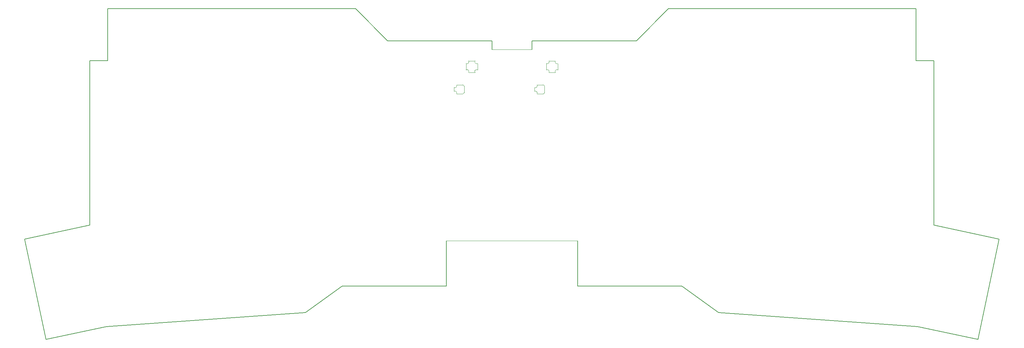
<source format=gm1>
%TF.GenerationSoftware,KiCad,Pcbnew,9.0.2*%
%TF.CreationDate,2025-07-04T08:31:17-06:00*%
%TF.ProjectId,Orcus,4f726375-732e-46b6-9963-61645f706362,rev?*%
%TF.SameCoordinates,Original*%
%TF.FileFunction,Profile,NP*%
%FSLAX46Y46*%
G04 Gerber Fmt 4.6, Leading zero omitted, Abs format (unit mm)*
G04 Created by KiCad (PCBNEW 9.0.2) date 2025-07-04 08:31:17*
%MOMM*%
%LPD*%
G01*
G04 APERTURE LIST*
%TA.AperFunction,Profile*%
%ADD10C,0.200000*%
%TD*%
%TA.AperFunction,Profile*%
%ADD11C,0.050000*%
%TD*%
%TA.AperFunction,Profile*%
%ADD12C,0.120000*%
%TD*%
G04 APERTURE END LIST*
D10*
X92924796Y-112870643D02*
X40152532Y-116560839D01*
X18552588Y-93344385D02*
X35810138Y-89676179D01*
X142360863Y-40763642D02*
X142360863Y-43063642D01*
X102631945Y-105780420D02*
X92924796Y-112870643D01*
X255169194Y-116560839D02*
X271113940Y-119949999D01*
X202396930Y-112870643D02*
X255169194Y-116560839D01*
X259511588Y-46038642D02*
X254761588Y-46038642D01*
X254761588Y-46038642D02*
X254761588Y-32263642D01*
X192689781Y-105780420D02*
X202396930Y-112870643D01*
D11*
X130272451Y-93833926D02*
X165049275Y-93833926D01*
D10*
X152960863Y-40763642D02*
X152960863Y-43063642D01*
X180616755Y-40763642D02*
X152960863Y-40763642D01*
X254761588Y-32263642D02*
X189116755Y-32263642D01*
X259511588Y-59003642D02*
X259511588Y-46038642D01*
X24207786Y-119949999D02*
X18552588Y-93344385D01*
D11*
X152960863Y-43063642D02*
X142360863Y-43063642D01*
D10*
X165049275Y-93833926D02*
X165049275Y-105780420D01*
X259511588Y-89676179D02*
X259511588Y-65603642D01*
X259511588Y-65603642D02*
X259511588Y-59003642D01*
X130272451Y-105780420D02*
X102631945Y-105780420D01*
X165049275Y-105780420D02*
X192689781Y-105780420D01*
X114704971Y-40763642D02*
X142360863Y-40763642D01*
X35810138Y-89676179D02*
X35810138Y-65603642D01*
X40560138Y-46038642D02*
X40560138Y-32263642D01*
X40152532Y-116560839D02*
X24207786Y-119949999D01*
X40560138Y-32263642D02*
X106204971Y-32263642D01*
X130272451Y-93833926D02*
X130272451Y-105780420D01*
X271113940Y-119949999D02*
X276769138Y-93344385D01*
X106204971Y-32263642D02*
X114704971Y-40763642D01*
X189116755Y-32263642D02*
X180616755Y-40763642D01*
X35810138Y-59003642D02*
X35810138Y-65603642D01*
X35810138Y-59003642D02*
X35810138Y-46038642D01*
X276769138Y-93344385D02*
X259511588Y-89676179D01*
X35810138Y-46038642D02*
X40560138Y-46038642D01*
D12*
%TO.C,U3*%
X153611863Y-54189842D02*
X153611863Y-53148442D01*
X154297663Y-52462642D02*
X155897863Y-52462642D01*
X155897863Y-54875642D02*
X154297663Y-54875642D01*
X156278863Y-52843642D02*
X156278863Y-54494642D01*
X156786863Y-48474842D02*
X156786863Y-46798442D01*
X157472663Y-46112642D02*
X159149063Y-46112642D01*
X157472663Y-49160642D02*
X159149063Y-49160642D01*
X159834863Y-48474842D02*
X159834863Y-46798442D01*
X153611863Y-54189842D02*
G75*
G02*
X154297663Y-54875642I247753J-438047D01*
G01*
X154297663Y-52462642D02*
G75*
G02*
X153611863Y-53148442I-438047J-247753D01*
G01*
X155897863Y-52462642D02*
G75*
G02*
X156278863Y-52843642I1J-380999D01*
G01*
X156278863Y-54494642D02*
G75*
G02*
X155897863Y-54875642I-380999J-1D01*
G01*
X156786863Y-48474842D02*
G75*
G02*
X157472663Y-49160642I247753J-438047D01*
G01*
X157472663Y-46112642D02*
G75*
G02*
X156786863Y-46798442I-438047J-247753D01*
G01*
X159149063Y-49160642D02*
G75*
G02*
X159834863Y-48474842I438047J247753D01*
G01*
X159834863Y-46798442D02*
G75*
G02*
X159149063Y-46112642I-247750J438050D01*
G01*
%TO.C,U1*%
X132311863Y-54189842D02*
X132311863Y-53148442D01*
X132997663Y-52462642D02*
X134597863Y-52462642D01*
X134597863Y-54875642D02*
X132997663Y-54875642D01*
X134978863Y-52843642D02*
X134978863Y-54494642D01*
X135486863Y-48474842D02*
X135486863Y-46798442D01*
X136172663Y-46112642D02*
X137849063Y-46112642D01*
X136172663Y-49160642D02*
X137849063Y-49160642D01*
X138534863Y-48474842D02*
X138534863Y-46798442D01*
X132311863Y-54189842D02*
G75*
G02*
X132997663Y-54875642I247753J-438047D01*
G01*
X132997663Y-52462642D02*
G75*
G02*
X132311863Y-53148442I-438047J-247753D01*
G01*
X134597863Y-52462642D02*
G75*
G02*
X134978863Y-52843642I1J-380999D01*
G01*
X134978863Y-54494642D02*
G75*
G02*
X134597863Y-54875642I-380999J-1D01*
G01*
X135486863Y-48474842D02*
G75*
G02*
X136172663Y-49160642I247753J-438047D01*
G01*
X136172663Y-46112642D02*
G75*
G02*
X135486863Y-46798442I-438047J-247753D01*
G01*
X137849063Y-49160642D02*
G75*
G02*
X138534863Y-48474842I438047J247753D01*
G01*
X138534863Y-46798442D02*
G75*
G02*
X137849063Y-46112642I-247750J438050D01*
G01*
%TD*%
M02*

</source>
